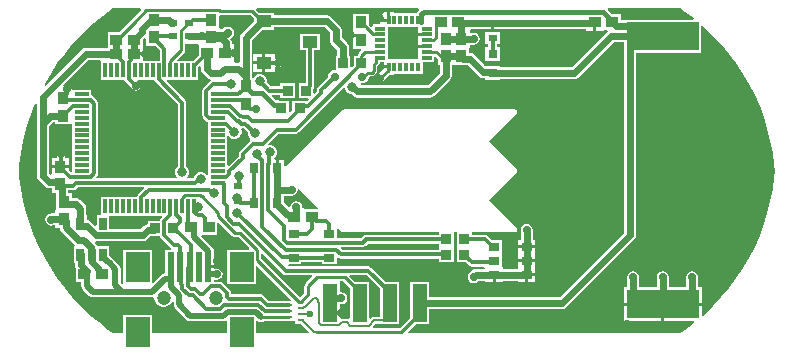
<source format=gbr>
%TF.GenerationSoftware,Altium Limited,Altium Designer,23.8.1 (32)*%
G04 Layer_Physical_Order=1*
G04 Layer_Color=255*
%FSLAX45Y45*%
%MOMM*%
%TF.SameCoordinates,BDBBB65B-ECCD-4A33-B3A0-C369F96B0D16*%
%TF.FilePolarity,Positive*%
%TF.FileFunction,Copper,L1,Top,Signal*%
%TF.Part,Single*%
G01*
G75*
%TA.AperFunction,ConnectorPad*%
%ADD10R,1.27000X3.18000*%
%TA.AperFunction,SMDPad,CuDef*%
%ADD11R,6.10000X2.40000*%
%ADD12R,2.00000X2.50000*%
%ADD13R,0.50000X2.50000*%
%ADD14R,0.30000X1.20000*%
%ADD15R,1.20000X0.30000*%
%ADD16R,0.80000X0.60000*%
%ADD17R,0.90000X0.70000*%
%ADD18R,1.00000X0.95000*%
%ADD19R,0.95000X1.00000*%
%ADD20R,0.35000X0.80000*%
%ADD21R,0.85000X0.35000*%
%ADD22R,2.60000X2.70000*%
%ADD23R,0.70000X0.90000*%
%ADD24R,0.66000X1.00000*%
%ADD25R,0.85000X0.90000*%
%ADD26R,0.94000X0.70000*%
%ADD27R,1.30000X1.00000*%
%ADD28R,0.53000X0.20000*%
%ADD29R,0.80000X0.80000*%
%TA.AperFunction,ConnectorPad*%
%ADD30R,0.95000X1.00000*%
%TA.AperFunction,SMDPad,CuDef*%
%ADD31R,0.67500X0.57500*%
%TA.AperFunction,Conductor*%
%ADD32C,0.25000*%
%ADD33C,0.20000*%
%ADD34C,0.30000*%
%ADD35C,0.60000*%
%ADD36C,0.50000*%
%ADD37C,0.18000*%
%ADD38C,0.40000*%
%ADD39C,0.29000*%
%TA.AperFunction,ComponentPad*%
%ADD40C,1.20000*%
%TA.AperFunction,ViaPad*%
%ADD41C,0.70000*%
%ADD42C,0.60000*%
%ADD43C,0.80000*%
G36*
X183110Y1375000D02*
X187970Y1363267D01*
X177610Y1352907D01*
X168986Y1340000D01*
X-27100D01*
Y1345400D01*
X-57300D01*
Y1340005D01*
X-57505D01*
Y1280000D01*
X-82700D01*
Y1345400D01*
X-112900D01*
Y1333346D01*
X-124771Y1326214D01*
X-125600Y1326247D01*
X-137617Y1328637D01*
X-152500D01*
X-165181Y1326114D01*
X-175931Y1318931D01*
X-183114Y1308181D01*
X-185637Y1295500D01*
X-183114Y1282820D01*
X-175931Y1272069D01*
X-165181Y1264886D01*
X-152757Y1262415D01*
X-151879Y1261624D01*
X-146028Y1254652D01*
X-150332Y1242500D01*
X-205000D01*
Y1224994D01*
X-216733Y1220134D01*
X-232500Y1235900D01*
Y1330000D01*
X-367500D01*
Y1195834D01*
X-372900Y1185400D01*
X-383627Y1180637D01*
X-387433D01*
X-400000Y1183136D01*
X-412681Y1180614D01*
X-423431Y1173431D01*
X-430614Y1162681D01*
X-433136Y1150000D01*
X-430614Y1137319D01*
X-423431Y1126569D01*
X-420931Y1124069D01*
X-410181Y1116886D01*
X-397500Y1114364D01*
X-372900D01*
Y1034600D01*
X-305223D01*
X-299962Y1021900D01*
X-323431Y998431D01*
X-330614Y987681D01*
X-333136Y975000D01*
X-362500D01*
Y895467D01*
X-380767Y877200D01*
X-392500Y882061D01*
Y975000D01*
X-404020D01*
Y1045000D01*
X-407901Y1064509D01*
X-418952Y1081048D01*
X-468126Y1130222D01*
Y1194105D01*
X-472006Y1213614D01*
X-483057Y1230153D01*
X-553952Y1301048D01*
X-570491Y1312099D01*
X-590000Y1315980D01*
X-1040000D01*
Y1335000D01*
X-1163138D01*
X-1190438Y1362300D01*
X-1185177Y1375000D01*
X183110D01*
D02*
G37*
G36*
X2400000Y1375000D02*
X2442584Y1346157D01*
X2512699Y1292700D01*
X2508410Y1280000D01*
X2164925D01*
X2160000Y1280980D01*
X1895000D01*
Y1327500D01*
X1813112D01*
X1812679Y1329676D01*
X1803839Y1342907D01*
X1803838Y1342907D01*
X1783479Y1363267D01*
X1788339Y1375000D01*
X2400000D01*
D02*
G37*
G36*
X1687700Y1187100D02*
X1750400D01*
Y1187100D01*
X1755001Y1192500D01*
X1780715D01*
X1784567Y1179800D01*
X1778952Y1176048D01*
X1478884Y875979D01*
X870000D01*
Y889999D01*
X750001D01*
X750000Y890000D01*
Y890000D01*
X740998Y897764D01*
X652714Y986048D01*
X636175Y997099D01*
X616666Y1000979D01*
X610000D01*
Y1034137D01*
X615400Y1044600D01*
X615401Y1044600D01*
X615400Y1044601D01*
Y1067770D01*
X643717D01*
X650000Y1066521D01*
X669509Y1070401D01*
X686048Y1081452D01*
X697099Y1097991D01*
X700979Y1117500D01*
X697099Y1137009D01*
X686048Y1153548D01*
X684798Y1154798D01*
X668259Y1165849D01*
X648750Y1169729D01*
X615400D01*
Y1195400D01*
X624530Y1204020D01*
X744600D01*
Y1199600D01*
X797300D01*
Y1255000D01*
X822700D01*
Y1199600D01*
X875400D01*
Y1204020D01*
X1599600D01*
Y1187100D01*
X1662300D01*
Y1260001D01*
X1687700D01*
Y1187100D01*
D02*
G37*
G36*
X-1675000Y1067500D02*
Y982968D01*
X-1727968Y930000D01*
X-1853661D01*
X-1858521Y941733D01*
X-1804327Y995927D01*
X-1796702Y1007339D01*
X-1794024Y1020800D01*
Y1075000D01*
X-1684594D01*
X-1675000Y1067500D01*
D02*
G37*
G36*
X-2127500Y1116311D02*
Y1060000D01*
X-2042967D01*
X-2003186Y1020219D01*
Y930000D01*
X-2149600D01*
Y977300D01*
X-2225000D01*
Y1002700D01*
X-2149600D01*
Y1037100D01*
Y1110804D01*
X-2139233Y1121171D01*
X-2127500Y1116311D01*
D02*
G37*
G36*
X-1210000Y1288138D02*
Y1267096D01*
X-1316048Y1161048D01*
X-1327099Y1144509D01*
X-1330980Y1125000D01*
Y923601D01*
X-1340797Y915544D01*
X-1345500Y916480D01*
X-1374579D01*
X-1379600Y927100D01*
Y987300D01*
X-1455000D01*
Y1012700D01*
X-1379600D01*
Y1072900D01*
X-1399020D01*
Y1089853D01*
X-1402901Y1109362D01*
X-1410250Y1120360D01*
X-1402107Y1128503D01*
X-1393952Y1133952D01*
X-1382901Y1150491D01*
X-1379020Y1170000D01*
X-1382901Y1189509D01*
X-1393952Y1206048D01*
X-1410491Y1217099D01*
X-1430000Y1220980D01*
X-1432706D01*
X-1452215Y1217099D01*
X-1468754Y1206048D01*
X-1473822Y1200980D01*
X-1486230D01*
X-1497099Y1205400D01*
X-1502500Y1216197D01*
Y1311971D01*
X-1496538Y1316864D01*
X-1238725D01*
X-1210000Y1288138D01*
D02*
G37*
G36*
X1925000Y1054926D02*
X1924020Y1050000D01*
Y-523884D01*
X1378884Y-1069020D01*
X275500D01*
Y-941000D01*
X108500D01*
Y-1248533D01*
X27670Y-1329363D01*
X-198492D01*
X-203352Y-1317630D01*
X-181790Y-1296068D01*
X-145500D01*
Y-1299000D01*
X-116200D01*
X-113000Y-1299636D01*
X-109800Y-1299000D01*
X21500D01*
Y-941000D01*
X-95032D01*
X-216266Y-819766D01*
X-227843Y-812031D01*
X-241500Y-809314D01*
X-916016D01*
X-918865Y-805200D01*
X-912211Y-792500D01*
X-807500D01*
Y-773186D01*
X-637500D01*
Y-792500D01*
X-507500D01*
Y-739989D01*
X-494800Y-735030D01*
X-486659Y-740469D01*
X-473003Y-743186D01*
X355000D01*
Y-775000D01*
X480000D01*
Y-657700D01*
X480001Y-645001D01*
X480001D01*
Y-644999D01*
X480000D01*
Y-520392D01*
X510000D01*
Y-632300D01*
X510000Y-645000D01*
X510000Y-657700D01*
Y-775000D01*
X584533D01*
X609766Y-800234D01*
X621344Y-807969D01*
X635000Y-810686D01*
X733855D01*
X743328Y-822203D01*
X741723Y-826918D01*
X741120Y-827521D01*
X674206D01*
X654697Y-831401D01*
X638158Y-842452D01*
X622107Y-858503D01*
X613952Y-863952D01*
X602901Y-880491D01*
X599020Y-900000D01*
X602901Y-919509D01*
X613952Y-936048D01*
X630491Y-947099D01*
X650000Y-950980D01*
X652706D01*
X672215Y-947099D01*
X688754Y-936048D01*
X695322Y-929480D01*
X750100D01*
Y-938900D01*
X809800D01*
Y-878500D01*
X835200D01*
Y-938900D01*
X894900D01*
Y-929480D01*
X1026100D01*
Y-938900D01*
X1085800D01*
Y-878500D01*
X1098500D01*
Y-865800D01*
X1170900D01*
Y-820900D01*
Y-773200D01*
X1026100D01*
Y-827521D01*
X903880D01*
X894900Y-818540D01*
Y-818100D01*
X889500Y-807637D01*
Y-710200D01*
X889500Y-697500D01*
X889500Y-692800D01*
Y-587500D01*
X805967D01*
X773234Y-554766D01*
X761656Y-547031D01*
X748000Y-544314D01*
X635000D01*
Y-520392D01*
X999999D01*
X1000000Y-520392D01*
X1007804Y-518840D01*
X1014419Y-514419D01*
X1018840Y-507804D01*
X1020392Y-500000D01*
X1018840Y-492196D01*
X1014419Y-485581D01*
X1014419Y-485580D01*
X778839Y-250000D01*
X1014419Y-14419D01*
X1018840Y-7804D01*
X1020392Y0D01*
X1018840Y7804D01*
X1014419Y14419D01*
X1014419Y14420D01*
X778839Y250000D01*
X1014419Y485581D01*
X1018840Y492196D01*
X1020392Y500000D01*
X1018840Y507804D01*
X1014419Y514419D01*
X1007804Y518840D01*
X1000000Y520392D01*
X-450000D01*
X-457804Y518840D01*
X-464419Y514419D01*
X-940367Y38472D01*
X-952100Y43332D01*
Y95400D01*
X-999800D01*
Y25000D01*
X-1025200D01*
Y95400D01*
X-1032212D01*
X-1037210Y108100D01*
X-1023866Y121444D01*
X-1014732Y143497D01*
Y167366D01*
X-1023866Y189418D01*
X-1040744Y206297D01*
X-1062797Y215431D01*
X-1083139D01*
X-1089088Y225956D01*
X-1089366Y227164D01*
X-1002216Y314314D01*
X-857500D01*
X-843843Y317031D01*
X-832266Y324766D01*
X-449224Y707808D01*
X-436524Y702547D01*
Y694590D01*
X-427390Y672537D01*
X-410512Y655659D01*
X-388459Y646524D01*
X-383208D01*
X-372636Y635952D01*
X-356097Y624901D01*
X-336588Y621020D01*
X282000D01*
X301509Y624901D01*
X318048Y635952D01*
X448548Y766452D01*
X459599Y782991D01*
X463480Y802500D01*
Y900000D01*
X555074D01*
X560000Y899020D01*
X595550D01*
X693646Y800924D01*
X710185Y789873D01*
X729693Y785993D01*
X750000D01*
Y770000D01*
X870000D01*
Y774020D01*
X1500000D01*
X1519509Y777901D01*
X1536048Y788952D01*
X1836116Y1089020D01*
X1925000D01*
Y1054926D01*
D02*
G37*
G36*
X345000Y948138D02*
Y900000D01*
X361520D01*
Y823617D01*
X260884Y722980D01*
X-315472D01*
X-315782Y723290D01*
X-316188Y730498D01*
X-307577Y738482D01*
X-304080Y740000D01*
X-284060D01*
X-263845Y748373D01*
X-248373Y763845D01*
X-240000Y784060D01*
Y790961D01*
X-231597Y799363D01*
X-213415D01*
X-200734Y801886D01*
X-189984Y809069D01*
X-174069Y824984D01*
X-166886Y835734D01*
X-164363Y848415D01*
Y886275D01*
X-149069Y901569D01*
X-141886Y912319D01*
X-140855Y917500D01*
X-112900D01*
Y892700D01*
X-70000D01*
Y867300D01*
X-112900D01*
Y861462D01*
X-173431Y800931D01*
X-180614Y790181D01*
X-183137Y777500D01*
Y775000D01*
X-180614Y762319D01*
X-173431Y751569D01*
X-162681Y744386D01*
X-150000Y741863D01*
X-137319Y744386D01*
X-126569Y751569D01*
X-121535Y759103D01*
X-66037Y814600D01*
X-27100D01*
Y820000D01*
X217500D01*
Y917500D01*
X315000D01*
Y960177D01*
X327700Y965438D01*
X345000Y948138D01*
D02*
G37*
G36*
X-2171917Y1375000D02*
X-2167057Y1363267D01*
X-2252662Y1277662D01*
X-2254599Y1274763D01*
X-2351862Y1177500D01*
X-2445000D01*
Y1040980D01*
X-2635000D01*
X-2654509Y1037099D01*
X-2671048Y1026048D01*
X-2974612Y722484D01*
X-2984888Y729947D01*
X-2982681Y734283D01*
X-2930951Y823194D01*
X-2874320Y909067D01*
X-2812966Y991631D01*
X-2747081Y1070628D01*
X-2676874Y1145809D01*
X-2602565Y1216937D01*
X-2524386Y1283790D01*
X-2442584Y1346157D01*
X-2400000Y1375000D01*
X-2400000Y1375000D01*
X-2171917D01*
D02*
G37*
G36*
X-570085Y1172989D02*
Y1109105D01*
X-566204Y1089596D01*
X-555153Y1073057D01*
X-505979Y1023883D01*
Y975000D01*
X-517500D01*
Y852500D01*
X-538440D01*
X-558655Y844127D01*
X-574127Y828655D01*
X-582500Y808440D01*
Y792967D01*
X-667810Y707657D01*
X-675546Y696080D01*
X-678263Y682423D01*
Y672205D01*
X-695767Y654700D01*
X-707500Y659561D01*
Y695658D01*
X-702031Y703844D01*
X-699314Y717500D01*
Y1020000D01*
X-650000D01*
Y1160000D01*
X-820000D01*
Y1020000D01*
X-770686D01*
Y745000D01*
X-832500D01*
Y615000D01*
X-752061D01*
X-747200Y603267D01*
X-749717Y600750D01*
X-760000Y595000D01*
Y595000D01*
X-760001Y595000D01*
X-885000D01*
Y515467D01*
X-903267Y497200D01*
X-915000Y502061D01*
Y595000D01*
X-996058D01*
X-1000000Y595784D01*
X-1000001Y595784D01*
X-1025607D01*
X-1062404Y632581D01*
X-1057544Y644314D01*
X-987500D01*
Y615000D01*
X-862500D01*
Y745000D01*
X-987500D01*
Y715686D01*
X-1064718D01*
X-1099500Y750467D01*
Y771935D01*
X-1108634Y793987D01*
X-1125513Y810866D01*
X-1147565Y820000D01*
X-1171435D01*
X-1193487Y810866D01*
X-1210365Y793987D01*
X-1214088Y785000D01*
X-1229020D01*
Y800000D01*
Y1103884D01*
X-1137904Y1195000D01*
X-1040000D01*
Y1214020D01*
X-611116D01*
X-570085Y1172989D01*
D02*
G37*
G36*
X-1263224Y328533D02*
Y307066D01*
X-1254090Y285013D01*
X-1241025Y271949D01*
X-1240749Y258712D01*
X-1241678Y256238D01*
X-1241684Y256234D01*
X-1330234Y167685D01*
X-1337969Y156107D01*
X-1340686Y142451D01*
Y126968D01*
X-1424800Y42853D01*
X-1437500Y48114D01*
Y165000D01*
Y291054D01*
X-1429740Y294362D01*
X-1424800Y294948D01*
X-1408987Y279135D01*
X-1386935Y270000D01*
X-1363065D01*
X-1341013Y279135D01*
X-1324135Y296013D01*
X-1315000Y318065D01*
Y341935D01*
X-1318552Y350509D01*
X-1310066Y363210D01*
X-1297901D01*
X-1263224Y328533D01*
D02*
G37*
G36*
X-2895000Y395000D02*
X-2760000D01*
Y395000D01*
X-2747500Y394517D01*
Y315000D01*
Y215000D01*
Y115000D01*
Y-1572D01*
X-2760200Y-6833D01*
X-2777100Y10067D01*
Y22300D01*
X-2850000D01*
X-2922900D01*
Y-26896D01*
X-2935600Y-32157D01*
X-2949021Y-18737D01*
Y378884D01*
X-2913884Y414021D01*
X-2895000D01*
Y395000D01*
D02*
G37*
G36*
X-1658480Y881960D02*
Y862500D01*
X-1654599Y842991D01*
X-1643548Y826452D01*
X-1608401Y791305D01*
X-1591862Y780254D01*
X-1580115Y777917D01*
X-1577433Y764435D01*
X-1579231Y763233D01*
X-1637734Y704731D01*
X-1645469Y693153D01*
X-1648186Y679497D01*
Y470502D01*
X-1645469Y456846D01*
X-1637734Y445269D01*
X-1617231Y424766D01*
X-1605654Y417030D01*
X-1597500Y415408D01*
Y365000D01*
Y265000D01*
Y165000D01*
Y65000D01*
Y-28554D01*
X-1605259Y-31861D01*
X-1610200Y-32447D01*
X-1626013Y-16634D01*
X-1648065Y-7500D01*
X-1671935D01*
X-1693987Y-16634D01*
X-1710866Y-33513D01*
X-1720000Y-55565D01*
Y-63503D01*
X-1720812Y-64315D01*
X-1769501D01*
X-1774761Y-51615D01*
X-1769134Y-45987D01*
X-1760000Y-23935D01*
Y-66D01*
X-1769134Y21987D01*
X-1784314Y37167D01*
Y578002D01*
X-1787031Y591658D01*
X-1794766Y603236D01*
X-1949797Y758267D01*
X-1944937Y770000D01*
X-1682500D01*
Y846552D01*
X-1681815Y850000D01*
Y875218D01*
X-1670213Y886820D01*
X-1658480Y881960D01*
D02*
G37*
G36*
X-2502500Y929999D02*
Y770000D01*
X-2307900D01*
Y764600D01*
X-2301117D01*
X-2300469Y761344D01*
X-2292734Y749767D01*
X-2232734Y689766D01*
X-2221156Y682031D01*
X-2207500Y679314D01*
X-2193844Y682031D01*
X-2182266Y689766D01*
X-2174531Y701344D01*
X-2171814Y715000D01*
X-2174531Y728656D01*
X-2182266Y740234D01*
X-2200299Y758267D01*
X-2195439Y770000D01*
X-2052091D01*
X-2050469Y761846D01*
X-2042734Y750269D01*
X-1855686Y563221D01*
Y37167D01*
X-1870865Y21987D01*
X-1880000Y-66D01*
Y-23935D01*
X-1870865Y-45987D01*
X-1865238Y-51615D01*
X-1870499Y-64315D01*
X-2540257D01*
X-2545117Y-52581D01*
X-2537266Y-44731D01*
X-2529531Y-33154D01*
X-2526814Y-19497D01*
Y569497D01*
X-2529531Y583153D01*
X-2537266Y594730D01*
X-2567769Y625233D01*
X-2579347Y632969D01*
X-2582100Y633517D01*
Y640400D01*
X-2587501D01*
Y685000D01*
X-2744137D01*
X-2754600Y690400D01*
X-2761363Y700299D01*
X-2762031Y703656D01*
X-2769766Y715234D01*
X-2781344Y722969D01*
X-2795000Y725686D01*
X-2808656Y722969D01*
X-2818656Y716288D01*
X-2826752Y726152D01*
X-2613884Y939020D01*
X-2511383D01*
X-2502500Y929999D01*
D02*
G37*
G36*
X-668072Y-310767D02*
X-672932Y-322500D01*
X-781637D01*
X-792100Y-317100D01*
D01*
X-799523Y-307474D01*
X-802901Y-290491D01*
X-813952Y-273952D01*
X-830491Y-262901D01*
X-850000Y-259021D01*
X-869509Y-262901D01*
X-886048Y-273952D01*
X-887961Y-275865D01*
X-899012Y-292404D01*
X-901671Y-305772D01*
X-915195Y-310208D01*
X-952100Y-273304D01*
Y-210980D01*
X-890000D01*
X-870491Y-207099D01*
X-853952Y-196048D01*
X-842901Y-179509D01*
X-839020Y-160000D01*
X-839572Y-157227D01*
X-827868Y-150971D01*
X-668072Y-310767D01*
D02*
G37*
G36*
X-2139884Y-147419D02*
X-2192734Y-200270D01*
X-2200470Y-211847D01*
X-2202092Y-220001D01*
X-2502500D01*
Y-377000D01*
X-2543000D01*
Y-459021D01*
X-2554733Y-463881D01*
X-2587662Y-430952D01*
X-2604201Y-419901D01*
X-2623710Y-416021D01*
X-2627000D01*
Y-377000D01*
X-2629020D01*
Y-320000D01*
X-2632901Y-300491D01*
X-2643952Y-283952D01*
X-2683952Y-243952D01*
X-2700491Y-232901D01*
X-2720000Y-229021D01*
X-2752500D01*
Y-190000D01*
X-2771871D01*
X-2782500Y-185000D01*
Y-165686D01*
X-2742500D01*
X-2728844Y-162969D01*
X-2717267Y-155234D01*
X-2697719Y-135686D01*
X-2144744D01*
X-2139884Y-147419D01*
D02*
G37*
G36*
X-1984198Y-391734D02*
X-1995234Y-402769D01*
X-2002969Y-414346D01*
X-2004591Y-422500D01*
X-2110000D01*
Y-452018D01*
X-2127009Y-455401D01*
X-2143548Y-466452D01*
X-2173116Y-496020D01*
X-2437000D01*
Y-380000D01*
X-1989059D01*
X-1984198Y-391734D01*
D02*
G37*
G36*
X-464419Y-514419D02*
X-457804Y-518840D01*
X-450000Y-520392D01*
X355000D01*
Y-544314D01*
X-257249D01*
X-270905Y-547031D01*
X-282482Y-554766D01*
X-299530Y-571814D01*
X-507500D01*
Y-489299D01*
X-494800Y-484038D01*
X-464419Y-514419D01*
D02*
G37*
G36*
X-2002969Y-560654D02*
X-1995234Y-572231D01*
X-1914731Y-652734D01*
X-1911639Y-654800D01*
X-1915491Y-667500D01*
X-1960000D01*
Y-808068D01*
X-1960881Y-812500D01*
Y-866619D01*
X-1963492D01*
X-1981050Y-870111D01*
X-1995936Y-880057D01*
X-2062300Y-946421D01*
X-2075000Y-941160D01*
Y-667500D01*
X-2315000D01*
Y-952649D01*
X-2327410Y-958200D01*
X-2337044Y-948566D01*
Y-830935D01*
X-2340536Y-813377D01*
X-2350482Y-798492D01*
X-2407912Y-741062D01*
X-2417374Y-734740D01*
X-2437000Y-715114D01*
Y-640000D01*
X-2526600D01*
Y-634600D01*
X-2539743D01*
X-2540901Y-628780D01*
X-2551952Y-612241D01*
X-2555638Y-608556D01*
X-2549381Y-596851D01*
X-2543710Y-597979D01*
X-2152000D01*
X-2132491Y-594099D01*
X-2115952Y-583048D01*
X-2086383Y-553480D01*
X-2060000D01*
X-2055074Y-552500D01*
X-2004591D01*
X-2002969Y-560654D01*
D02*
G37*
G36*
X355000Y-632300D02*
X355000Y-644999D01*
X355000D01*
Y-645001D01*
X355000D01*
Y-671814D01*
X-458221D01*
X-475116Y-654919D01*
X-470256Y-643186D01*
X-284749D01*
X-271092Y-640469D01*
X-259515Y-632734D01*
X-242467Y-615686D01*
X355000D01*
Y-632300D01*
D02*
G37*
G36*
X-963959Y-870234D02*
X-952382Y-877969D01*
X-938725Y-880686D01*
X-719142D01*
X-714281Y-892419D01*
X-773431Y-951569D01*
X-780614Y-962319D01*
X-783137Y-975000D01*
Y-1032974D01*
X-821550Y-1071388D01*
X-1149363Y-743575D01*
Y-701423D01*
X-1137630Y-696563D01*
X-963959Y-870234D01*
D02*
G37*
G36*
X-1393293Y-553196D02*
X-1382542Y-560379D01*
X-1369861Y-562901D01*
X-1340499D01*
X-1247634Y-655767D01*
X-1252494Y-667500D01*
X-1435000D01*
Y-957500D01*
X-1195000D01*
Y-808255D01*
X-1183267Y-803395D01*
X-894965Y-1091697D01*
X-901221Y-1103402D01*
X-909200Y-1101814D01*
X-1081016D01*
X-1125564Y-1057267D01*
X-1137141Y-1049531D01*
X-1150797Y-1046815D01*
X-1404314D01*
Y-1033150D01*
X-1407030Y-1019494D01*
X-1414766Y-1007916D01*
X-1470416Y-952266D01*
X-1481993Y-944531D01*
X-1495650Y-941814D01*
X-1544600D01*
Y-923381D01*
X-1520000D01*
X-1502442Y-919889D01*
X-1487557Y-909943D01*
X-1477611Y-895058D01*
X-1474118Y-877500D01*
X-1477611Y-859942D01*
X-1487557Y-845057D01*
X-1502442Y-835111D01*
X-1520000Y-831618D01*
X-1544600D01*
Y-825200D01*
X-1595000D01*
Y-799800D01*
X-1544600D01*
Y-662100D01*
X-1552452D01*
X-1552611Y-661302D01*
X-1562557Y-646417D01*
X-1616417Y-592557D01*
X-1619852Y-590262D01*
X-1657414Y-552700D01*
X-1652153Y-540000D01*
X-1520000D01*
Y-443081D01*
X-1508267Y-438221D01*
X-1393293Y-553196D01*
D02*
G37*
G36*
X2602564Y1216937D02*
X2676874Y1145808D01*
X2747081Y1070628D01*
X2812965Y991631D01*
X2874319Y909067D01*
X2930950Y823194D01*
X2982680Y734283D01*
X3029347Y642612D01*
X3070804Y548471D01*
X3106920Y452155D01*
X3137582Y353966D01*
X3162694Y254213D01*
X3182178Y153210D01*
X3195970Y51274D01*
X3200000Y-0D01*
X3195970Y-51275D01*
X3182178Y-153211D01*
X3162694Y-254214D01*
X3137582Y-353967D01*
X3106920Y-452155D01*
X3070804Y-548472D01*
X3029347Y-642613D01*
X2982681Y-734283D01*
X2930950Y-823194D01*
X2874319Y-909067D01*
X2812965Y-991631D01*
X2747081Y-1070628D01*
X2676874Y-1145809D01*
X2602565Y-1216938D01*
X2591935Y-1226027D01*
X2580400Y-1220714D01*
Y-1142701D01*
X2262701D01*
Y-1275400D01*
X2514444D01*
X2518733Y-1288100D01*
X2442584Y-1346158D01*
X2400000Y-1375000D01*
X99561D01*
X94701Y-1363267D01*
X158968Y-1299000D01*
X275500D01*
Y-1170980D01*
X1400000D01*
X1419509Y-1167099D01*
X1436048Y-1156048D01*
X2011048Y-581048D01*
X2022099Y-564509D01*
X2025979Y-545000D01*
Y1000000D01*
X2575000D01*
Y1225331D01*
X2586535Y1230644D01*
X2602564Y1216937D01*
D02*
G37*
G36*
X-145500Y-991467D02*
Y-1236932D01*
X-194038D01*
X-205353Y-1239183D01*
X-214946Y-1245592D01*
X-220767Y-1251413D01*
X-232500Y-1246553D01*
Y-941000D01*
X-352637D01*
X-401218Y-892419D01*
X-396358Y-880686D01*
X-256281D01*
X-145500Y-991467D01*
D02*
G37*
G36*
X-399500Y-987862D02*
Y-1246904D01*
X-412010Y-1253820D01*
X-423325Y-1251569D01*
X-466175D01*
X-468400Y-1252011D01*
X-480450Y-1243462D01*
X-481100Y-1242120D01*
Y-1130980D01*
X-470000D01*
X-450491Y-1127099D01*
X-433952Y-1116048D01*
X-422901Y-1099509D01*
X-419020Y-1080000D01*
X-422901Y-1060491D01*
X-433952Y-1043952D01*
X-450491Y-1032901D01*
X-470000Y-1029021D01*
X-481100D01*
Y-935600D01*
X-469420Y-933137D01*
X-454225D01*
X-399500Y-987862D01*
D02*
G37*
G36*
X-862700Y-1267500D02*
X-862300Y-1280034D01*
Y-1292500D01*
X-818755D01*
X-815800Y-1293088D01*
X-811970D01*
X-741791Y-1363267D01*
X-746651Y-1375000D01*
X-1195000D01*
Y-1274581D01*
X-1193165Y-1273821D01*
X-1182300Y-1270948D01*
X-1168919Y-1279889D01*
X-1151360Y-1283381D01*
X-1133802Y-1279889D01*
X-1119955Y-1270637D01*
X-909200D01*
X-896519Y-1268114D01*
X-895600Y-1267500D01*
X-862700D01*
D02*
G37*
G36*
X-3050980Y562652D02*
Y400000D01*
Y-39853D01*
X-3047099Y-59362D01*
X-3036048Y-75901D01*
X-2980901Y-131048D01*
X-2964362Y-142099D01*
X-2944853Y-145979D01*
X-2917500D01*
Y-185000D01*
X-2898129D01*
X-2887500Y-190000D01*
Y-324137D01*
X-2892900Y-334600D01*
X-2892901Y-334600D01*
X-2892900Y-334601D01*
Y-360270D01*
X-2923750D01*
X-2943259Y-364151D01*
X-2959798Y-375202D01*
X-2961048Y-376452D01*
X-2972099Y-392991D01*
X-2975980Y-412500D01*
X-2972099Y-432009D01*
X-2961048Y-448548D01*
X-2944509Y-459599D01*
X-2925000Y-463480D01*
X-2918715Y-462229D01*
X-2892900D01*
Y-485400D01*
X-2852049D01*
X-2849599Y-497720D01*
X-2838548Y-514259D01*
X-2733759Y-619048D01*
X-2721408Y-627300D01*
X-2725260Y-640000D01*
X-2733000D01*
Y-780000D01*
X-2727979D01*
Y-795500D01*
X-2724099Y-815009D01*
X-2720000Y-821144D01*
Y-942500D01*
X-2670881D01*
Y-975000D01*
X-2667389Y-992558D01*
X-2657443Y-1007443D01*
X-2607443Y-1057443D01*
X-2592558Y-1067389D01*
X-2575000Y-1070882D01*
X-2075992D01*
X-2067700Y-1069232D01*
X-2055000Y-1079206D01*
Y-1083032D01*
X-2049548Y-1103379D01*
X-2039016Y-1121621D01*
X-2024121Y-1136516D01*
X-2005879Y-1147048D01*
X-1985532Y-1152500D01*
X-1964468D01*
X-1944121Y-1147048D01*
X-1925879Y-1136516D01*
X-1910984Y-1121621D01*
X-1902871Y-1107569D01*
X-1890171Y-1110971D01*
Y-1130711D01*
X-1886678Y-1148269D01*
X-1876732Y-1163154D01*
X-1779943Y-1259943D01*
X-1765058Y-1269889D01*
X-1747500Y-1273382D01*
X-1468639D01*
X-1451081Y-1269889D01*
X-1447700Y-1267630D01*
X-1435000Y-1274418D01*
Y-1375000D01*
X-2075000D01*
Y-1217500D01*
X-2315000D01*
Y-1375000D01*
X-2400000D01*
X-2442584Y-1346158D01*
X-2524386Y-1283790D01*
X-2602565Y-1216937D01*
X-2676875Y-1145809D01*
X-2747082Y-1070628D01*
X-2812966Y-991631D01*
X-2874320Y-909067D01*
X-2930951Y-823194D01*
X-2982681Y-734283D01*
X-3029348Y-642613D01*
X-3070804Y-548471D01*
X-3106920Y-452155D01*
X-3137583Y-353967D01*
X-3162695Y-254214D01*
X-3182178Y-153211D01*
X-3195970Y-51275D01*
X-3200000Y-0D01*
X-3200000Y0D01*
X-3195970Y51274D01*
X-3182178Y153211D01*
X-3162695Y254214D01*
X-3137583Y353966D01*
X-3106920Y452155D01*
X-3070804Y548471D01*
X-3063408Y565268D01*
X-3050980Y562652D01*
D02*
G37*
%LPC*%
G36*
X870000Y1175000D02*
X750000D01*
Y1075000D01*
X774314D01*
Y1050000D01*
X750000D01*
Y930000D01*
X870000D01*
Y1050000D01*
X845686D01*
Y1075000D01*
X870000D01*
Y1175000D01*
D02*
G37*
G36*
X1100000Y-449021D02*
X1080491Y-452901D01*
X1063952Y-463952D01*
X1063202Y-464702D01*
X1052151Y-481241D01*
X1048270Y-500750D01*
Y-582100D01*
X1026100D01*
Y-629800D01*
X1170900D01*
Y-582100D01*
X1150230D01*
Y-503770D01*
X1150979Y-500000D01*
X1147099Y-480491D01*
X1136048Y-463952D01*
X1119509Y-452901D01*
X1100000Y-449021D01*
D02*
G37*
G36*
X1170900Y-655200D02*
X1026100D01*
Y-702900D01*
Y-747800D01*
X1170900D01*
Y-702900D01*
Y-655200D01*
D02*
G37*
G36*
Y-891200D02*
X1111200D01*
Y-938900D01*
X1170900D01*
Y-891200D01*
D02*
G37*
G36*
X-1137700Y990400D02*
X-1215400D01*
Y927700D01*
X-1137700D01*
Y990400D01*
D02*
G37*
G36*
X-1034600D02*
X-1112300D01*
Y915000D01*
Y839600D01*
X-1034600D01*
Y879314D01*
X-1005000D01*
X-991344Y882031D01*
X-979766Y889766D01*
X-972031Y901344D01*
X-969314Y915000D01*
X-972031Y928656D01*
X-979766Y940234D01*
X-991344Y947969D01*
X-1005000Y950686D01*
X-1034600D01*
Y990400D01*
D02*
G37*
G36*
X-1137700Y902300D02*
X-1215400D01*
Y839600D01*
X-1137700D01*
Y902300D01*
D02*
G37*
G36*
X-2845000Y180686D02*
X-2858656Y177969D01*
X-2870234Y170234D01*
X-2877969Y158656D01*
X-2880686Y145000D01*
Y110400D01*
X-2922900D01*
Y47700D01*
X-2850000D01*
X-2777100D01*
Y110400D01*
X-2809314D01*
Y145000D01*
X-2812031Y158656D01*
X-2819766Y170234D01*
X-2831344Y177969D01*
X-2845000Y180686D01*
D02*
G37*
G36*
X2500000Y-849020D02*
X2480491Y-852901D01*
X2463952Y-863952D01*
X2452901Y-880491D01*
X2449021Y-900000D01*
Y-984600D01*
X2300980D01*
Y-900000D01*
X2297099Y-880491D01*
X2286048Y-863952D01*
X2269509Y-852901D01*
X2250000Y-849020D01*
X2230491Y-852901D01*
X2213952Y-863952D01*
X2202901Y-880491D01*
X2199020Y-900000D01*
Y-984600D01*
X2050980D01*
Y-900000D01*
X2047099Y-880491D01*
X2036048Y-863952D01*
X2019509Y-852901D01*
X2000000Y-849020D01*
X1980491Y-852901D01*
X1963952Y-863952D01*
X1952901Y-880491D01*
X1949020Y-900000D01*
Y-984600D01*
X1919600D01*
Y-1117301D01*
X2250001D01*
X2580400D01*
Y-984600D01*
X2550980D01*
Y-900000D01*
X2547099Y-880491D01*
X2536048Y-863952D01*
X2519509Y-852901D01*
X2500000Y-849020D01*
D02*
G37*
G36*
X2237301Y-1142701D02*
X1919600D01*
Y-1275400D01*
X2237301D01*
Y-1142701D01*
D02*
G37*
%LPD*%
D10*
X192000Y-1120000D02*
D03*
X-62000D02*
D03*
X-316000D02*
D03*
X-570000D02*
D03*
D11*
X2250000Y-1130000D02*
D03*
Y1140000D02*
D03*
D12*
X-1315000Y-812500D02*
D03*
Y-1362500D02*
D03*
X-2195000D02*
D03*
Y-812500D02*
D03*
D13*
X-1595000D02*
D03*
X-1675000D02*
D03*
X-1755000D02*
D03*
X-1835000D02*
D03*
X-1915000D02*
D03*
D14*
X-1717500Y850000D02*
D03*
X-1767500D02*
D03*
X-1817500D02*
D03*
X-1867500D02*
D03*
X-1917500D02*
D03*
X-1967500D02*
D03*
X-2017500D02*
D03*
X-2067500D02*
D03*
X-2117500D02*
D03*
X-2167500D02*
D03*
X-2217500D02*
D03*
X-2267500D02*
D03*
X-2317500D02*
D03*
X-2367500D02*
D03*
X-2417500D02*
D03*
X-2467500D02*
D03*
Y-300000D02*
D03*
X-2417500D02*
D03*
X-2367500D02*
D03*
X-2317500D02*
D03*
X-2267500D02*
D03*
X-2217500D02*
D03*
X-2167500D02*
D03*
X-2117500D02*
D03*
X-2067500D02*
D03*
X-2017500D02*
D03*
X-1967500D02*
D03*
X-1917500D02*
D03*
X-1867500D02*
D03*
X-1817500D02*
D03*
X-1767500D02*
D03*
X-1717500D02*
D03*
D15*
X-2667500Y650000D02*
D03*
Y600000D02*
D03*
Y550000D02*
D03*
Y500000D02*
D03*
Y450000D02*
D03*
Y400000D02*
D03*
Y350000D02*
D03*
Y300000D02*
D03*
Y250000D02*
D03*
Y200000D02*
D03*
Y150000D02*
D03*
Y100000D02*
D03*
Y50000D02*
D03*
Y-0D02*
D03*
Y-50000D02*
D03*
Y-100000D02*
D03*
X-1517500D02*
D03*
Y-50000D02*
D03*
Y-0D02*
D03*
Y50000D02*
D03*
Y100000D02*
D03*
Y150000D02*
D03*
Y200000D02*
D03*
Y250000D02*
D03*
Y300000D02*
D03*
Y350000D02*
D03*
Y400000D02*
D03*
Y450000D02*
D03*
Y500000D02*
D03*
Y550000D02*
D03*
Y600000D02*
D03*
Y650000D02*
D03*
D16*
X-1345000Y-125000D02*
D03*
Y-255000D02*
D03*
X810000Y1125000D02*
D03*
Y1255000D02*
D03*
D17*
X-872500Y-737500D02*
D03*
X-572500D02*
D03*
X-872500Y-537500D02*
D03*
X-572500D02*
D03*
D18*
X520000Y1260000D02*
D03*
X370000D02*
D03*
X-717500Y-390000D02*
D03*
X-867500D02*
D03*
X-2375000Y1110000D02*
D03*
X-2225000D02*
D03*
X1825000Y1260000D02*
D03*
X1675000D02*
D03*
X-1605000Y1000000D02*
D03*
X-1455000D02*
D03*
X-2375000Y990000D02*
D03*
X-2225000D02*
D03*
X-1590000Y-472500D02*
D03*
X-1740000D02*
D03*
X-2650000Y-875000D02*
D03*
X-2500000D02*
D03*
D19*
X412500Y1120000D02*
D03*
Y970000D02*
D03*
X542500Y1120000D02*
D03*
Y970000D02*
D03*
X-1280000Y565000D02*
D03*
Y715000D02*
D03*
X-2850000Y35000D02*
D03*
Y-115000D02*
D03*
X-2827500Y465000D02*
D03*
Y615000D02*
D03*
X-2820000Y-260000D02*
D03*
Y-410000D02*
D03*
D20*
X-70000Y880000D02*
D03*
X-20000D02*
D03*
X30000D02*
D03*
X80000D02*
D03*
X130000D02*
D03*
X180000D02*
D03*
X-70000Y1280000D02*
D03*
X-20000D02*
D03*
X30000D02*
D03*
X80000D02*
D03*
X130000D02*
D03*
X180000D02*
D03*
D21*
X252500Y955000D02*
D03*
Y1005000D02*
D03*
Y1055000D02*
D03*
Y1105000D02*
D03*
Y1155000D02*
D03*
Y1205000D02*
D03*
X-142500Y955000D02*
D03*
Y1005000D02*
D03*
Y1055000D02*
D03*
Y1105000D02*
D03*
Y1155000D02*
D03*
Y1205000D02*
D03*
D22*
X55000Y1080000D02*
D03*
D23*
X-1012500Y-275000D02*
D03*
Y25000D02*
D03*
X-1212500Y-275000D02*
D03*
Y25000D02*
D03*
D24*
X-2680000Y-710000D02*
D03*
X-2585000D02*
D03*
X-2490000D02*
D03*
Y-447000D02*
D03*
X-2680000D02*
D03*
D25*
X-1892500Y-487500D02*
D03*
X-2047500D02*
D03*
X-455000Y910000D02*
D03*
X-300000D02*
D03*
X-977500Y530000D02*
D03*
X-822500D02*
D03*
X-770000Y680000D02*
D03*
X-925000D02*
D03*
X417500Y-710000D02*
D03*
X572500D02*
D03*
X417500Y-580000D02*
D03*
X572500D02*
D03*
D26*
X1098500Y-878500D02*
D03*
X822500D02*
D03*
X1098500Y-760500D02*
D03*
X822500D02*
D03*
Y-642500D02*
D03*
X1098500D02*
D03*
D27*
X-1125000Y1265000D02*
D03*
Y915000D02*
D03*
X-735000Y1090000D02*
D03*
D28*
X-815800Y-1262500D02*
D03*
Y-1212500D02*
D03*
Y-1162500D02*
D03*
Y-1112500D02*
D03*
X-909200Y-1137500D02*
D03*
Y-1237500D02*
D03*
Y-1187500D02*
D03*
D29*
X810000Y990000D02*
D03*
Y830000D02*
D03*
D30*
X-2060000Y1130000D02*
D03*
Y1280000D02*
D03*
X-300000Y1260000D02*
D03*
Y1110000D02*
D03*
X-1570000Y1280000D02*
D03*
Y1130000D02*
D03*
D31*
X-1760050Y1142550D02*
D03*
X-1897450D02*
D03*
Y1249950D02*
D03*
X-1760000Y1250000D02*
D03*
D32*
X-1509038Y1362500D02*
X-1496538Y1350000D01*
X-2120962Y1362500D02*
X-1509038D01*
X-2229231Y1254231D02*
X-2120962Y1362500D01*
X-1225000Y1350000D02*
X-1140000Y1265000D01*
X-1496538Y1350000D02*
X-1225000D01*
X-1151360Y-1237500D02*
X-909200D01*
X-2229231Y1253269D02*
Y1254231D01*
X-2372500Y1110000D02*
X-2229231Y1253269D01*
X-2375000Y1110000D02*
X-2372500D01*
X-295000Y795000D02*
X-282823D01*
X-245323Y832500D01*
X-213415D01*
X-197500Y848415D01*
Y900000D01*
X-150000Y777500D02*
X-70000Y857500D01*
X-150000Y775000D02*
Y777500D01*
X-682500Y-1362500D02*
X45000D01*
X-122117Y1280000D02*
X-70000D01*
X-137617Y1295500D02*
X-122117Y1280000D01*
X-152500Y1295500D02*
X-137617D01*
X185000Y1262500D02*
X206449D01*
X185000D02*
Y1275000D01*
X180000Y1280000D02*
X185000Y1275000D01*
X-1514135Y-385491D02*
X-1369861Y-529765D01*
X-1651156Y-217000D02*
X-1514135Y-354021D01*
X-1369861Y-529765D02*
X-1326773D01*
X-1182500Y-757300D02*
Y-674038D01*
X-1514135Y-385491D02*
Y-354021D01*
X-1326773Y-529765D02*
X-1182500Y-674038D01*
X-1659415Y-217000D02*
X-1651156D01*
X-1668915Y-207500D02*
X-1659415Y-217000D01*
X-1795962Y-207500D02*
X-1668915D01*
X-675000Y-900000D02*
X-440500D01*
X-750000Y-975000D02*
X-675000Y-900000D01*
X-440500D02*
X-316000Y-1024500D01*
X-750000Y-1046700D02*
Y-975000D01*
X-1815000Y-226539D02*
X-1795962Y-207500D01*
X-1815000Y-297501D02*
Y-226539D01*
X-827300Y-1112500D02*
X-815800D01*
X-1182500Y-757300D02*
X-827300Y-1112500D01*
X-815800D02*
X-804300D01*
X-1817500Y-300000D02*
X-1815000Y-297501D01*
X-397500Y1147500D02*
X-335000D01*
X-300000Y1112500D01*
X-400000Y1150000D02*
X-397500Y1147500D01*
X-300000Y1110000D02*
Y1112500D01*
X-70000Y857500D02*
Y880000D01*
X80000Y1080000D02*
X105000Y1055000D01*
X55000Y1080000D02*
X80000D01*
X105000Y1130000D02*
X130000Y1155000D01*
X105000Y1055000D02*
Y1130000D01*
Y1055000D02*
X252500D01*
X130000Y1155000D02*
X252500D01*
X-172500Y925000D02*
Y950000D01*
X-197500Y900000D02*
X-172500Y925000D01*
X-167500Y955000D02*
X-142500D01*
X-172500Y950000D02*
X-167500Y955000D01*
X252500Y1105000D02*
X300000D01*
X300000Y1105000D01*
X308462D01*
X332500Y1129038D01*
Y1225000D02*
X367500Y1260000D01*
X332500Y1129038D02*
Y1225000D01*
X367500Y1260000D02*
X370000D01*
X252500Y1005000D02*
X335000D01*
X370000Y970000D01*
X-270000Y1005000D02*
X-142500D01*
X-300000Y975000D02*
X-270000Y1005000D01*
X-300000Y910000D02*
Y975000D01*
X-198462Y1155000D02*
X-142500D01*
X-265000Y1221538D02*
X-198462Y1155000D01*
X-265000Y1221538D02*
Y1225000D01*
X-300000Y1260000D02*
X-265000Y1225000D01*
X-142500Y1155000D02*
X-142500Y1155000D01*
X-113000Y-1266500D02*
X-62000Y-1215500D01*
Y-1120000D01*
X-316000D02*
Y-1024500D01*
X-804300Y-1112500D02*
X-801800Y-1110000D01*
Y-1098500D01*
X-750000Y-1046700D01*
D33*
X-815800Y-1212500D02*
X-735000D01*
X-815800Y-1262500D02*
X-799300D01*
X-699300Y-1362500D01*
X-682500D01*
X-760338Y-1139500D02*
X-701355Y-1080517D01*
X-763875Y-1139500D02*
X-760338D01*
X-776874Y-1152499D02*
X-763875Y-1139500D01*
X-778236Y-1152499D02*
X-776874D01*
X-791800Y-1155000D02*
X-780737D01*
X-799300Y-1162500D02*
X-791800Y-1155000D01*
X-816188Y-1162500D02*
X-799300D01*
X-780737Y-1155000D02*
X-778236Y-1152499D01*
X-663500Y-1114200D02*
Y-1097662D01*
X-680645Y-1080517D02*
X-663500Y-1097662D01*
X-701355Y-1080517D02*
X-680645D01*
D34*
X2000000Y-1025000D02*
X2105000Y-1130000D01*
X2250000D01*
X2395000D01*
X2500000Y-1025000D01*
X-1892500Y-487500D02*
Y-485000D01*
Y-490000D02*
Y-487500D01*
X-1839660Y-807840D02*
Y-642500D01*
Y-807840D02*
X-1835000Y-812500D01*
X-1854660Y-627500D02*
X-1839660Y-642500D01*
X-1917500Y-375503D02*
Y-300000D01*
X-1970000Y-428002D02*
X-1917500Y-375503D01*
X-1970000Y-546997D02*
Y-428002D01*
X-1889498Y-627500D02*
X-1854660D01*
X-1970000Y-546997D02*
X-1889498Y-627500D01*
X-1740000Y-684926D02*
Y-627051D01*
X-1789551Y-577500D02*
X-1740000Y-627051D01*
X-1745000Y-689926D02*
X-1740000Y-684926D01*
X-1789551Y-577500D02*
X-1789551D01*
X-1840000Y-435000D02*
Y-403003D01*
X-1745000Y-802500D02*
Y-689926D01*
X-1755000Y-812500D02*
X-1745000Y-802500D01*
X-1862500Y-457500D02*
X-1840000Y-435000D01*
X-1867500Y-375503D02*
X-1840000Y-403003D01*
X-1865000Y-457500D02*
X-1862500D01*
X-1867500Y-375503D02*
Y-300000D01*
X-1892500Y-485000D02*
X-1865000Y-457500D01*
Y-517500D02*
X-1849551D01*
X-1789551Y-577500D01*
X-1892500Y-490000D02*
X-1865000Y-517500D01*
X-1495650Y-1167500D02*
X-1460650Y-1132500D01*
X-1815000Y-999155D02*
X-1762432Y-1051723D01*
X-1835000Y-812500D02*
X-1825000Y-822500D01*
X-1095797Y-1137500D02*
X-909200D01*
X-1613210Y-1167500D02*
X-1495650D01*
Y-977500D02*
X-1440000Y-1033150D01*
X-1815000Y-999155D02*
Y-966139D01*
X-1708277Y-1001723D02*
X-1665851Y-1044149D01*
X-1825000Y-956139D02*
Y-822500D01*
X-1765000Y-978445D02*
X-1741722Y-1001723D01*
X-1762432Y-1051723D02*
X-1728988D01*
X-1765000Y-953592D02*
X-1765000Y-953592D01*
X-1440000Y-1064926D02*
Y-1033150D01*
X-1422426Y-1082500D02*
X-1150797D01*
X-1095797Y-1137500D01*
X-1574350Y-977500D02*
X-1495650D01*
X-1728988Y-1051723D02*
X-1613210Y-1167500D01*
X-1765000Y-953592D02*
Y-822500D01*
X-1665851Y-1044149D02*
X-1640999D01*
X-1440000Y-1064926D02*
X-1422426Y-1082500D01*
X-1116508Y-1187500D02*
X-909200D01*
X-1765000Y-978445D02*
Y-953592D01*
X-1640999Y-1044149D02*
X-1574350Y-977500D01*
X-1460650Y-1132500D02*
X-1171508D01*
X-1116508Y-1187500D01*
X-1765000Y-822500D02*
X-1755000Y-812500D01*
X-1741722Y-1001723D02*
X-1708277D01*
X-1825000Y-956139D02*
X-1815000Y-966139D01*
X-2267500Y775000D02*
X-2207500Y715000D01*
X-2267500Y775000D02*
Y850000D01*
Y924497D01*
X-857500Y350000D02*
X-300000Y907500D01*
X-642577Y682423D02*
X-527500Y797500D01*
X-1016997Y350000D02*
X-857500D01*
X45000Y-1362500D02*
X192000Y-1215500D01*
X-1125000Y915000D02*
X-1005000D01*
X-1125000Y915000D02*
X-1125000Y915000D01*
X-1717500Y895000D02*
X-1712500D01*
X-1717500Y-345001D02*
X-1687501Y-375000D01*
X-1717500Y-309572D02*
X-1679500D01*
X-1717500D02*
Y-300000D01*
Y-345001D02*
Y-309572D01*
X-1280000Y562500D02*
X-1247500Y530000D01*
X-1245000D01*
X-1242653Y527654D01*
X-1280000Y562500D02*
Y565000D01*
X-1242653Y527654D02*
X-1197653D01*
X-1190000Y520000D01*
X-2795000Y647500D02*
Y690000D01*
X-2827500Y615000D02*
X-2795000Y647500D01*
X-2850000Y35000D02*
X-2845000Y40000D01*
Y145000D01*
X-1820000Y-12000D02*
Y578002D01*
X-2101997Y-160000D02*
X-1593700D01*
X-1563865Y-189835D01*
X-1550335D01*
X-2017500Y775502D02*
X-1820000Y578002D01*
X-2667500Y-100000D02*
X-1706030D01*
X-2712501D02*
X-2667500D01*
X-1706030D02*
X-1673530Y-67500D01*
X-2167500Y-225503D02*
X-2101997Y-160000D01*
X-2017500Y775502D02*
Y850000D01*
X-1355549Y-241530D02*
Y-228000D01*
X-1330000Y-270000D02*
Y-267079D01*
X-1355549Y-241530D02*
X-1330000Y-267079D01*
X-1673530Y-67500D02*
X-1660000D01*
X-1460000Y-275000D02*
X-1438000Y-297000D01*
X-1460000Y-275000D02*
Y-112500D01*
X-1422501Y-5315D02*
X-1305000Y112186D01*
Y142451D02*
X-1216451Y231000D01*
X-1305000Y112186D02*
Y142451D01*
X-1337725Y-446000D02*
X-938725Y-845000D01*
X-1386451Y-446000D02*
X-1337725D01*
X-1438000Y-394451D02*
X-1386451Y-446000D01*
X-1138773Y-471434D02*
X-942708Y-667500D01*
X-513003D01*
X-1138773Y-471434D02*
Y88244D01*
X-1687501Y-375000D02*
X-1650000D01*
X-1625000Y-400000D01*
Y-440000D02*
Y-400000D01*
Y-440000D02*
X-1592500Y-472500D01*
X-976030Y-731970D02*
X-878030D01*
X-938725Y-845000D02*
X-241500D01*
X-1350000Y-358000D02*
X-976030Y-731970D01*
X-1438000Y-394451D02*
Y-297000D01*
X-878030Y-731970D02*
X-872500Y-737500D01*
X-1305000Y-275000D02*
X-1212500D01*
X-1310000Y-270000D02*
X-1305000Y-275000D01*
X-1330000Y-270000D02*
X-1310000D01*
X-1472500Y-100000D02*
X-1460000Y-112500D01*
X-1517500Y-100000D02*
X-1472500D01*
X-2167500Y-300000D02*
Y-225503D01*
X-1517500Y-50000D02*
X-1443004D01*
X-1422501Y-29497D02*
Y-5315D01*
X-1443004Y-50000D02*
X-1422501Y-29497D01*
X-2835000Y-130000D02*
X-2742500D01*
X-2712501Y-100000D01*
X-2593003Y600000D02*
X-2562500Y569497D01*
Y-19497D02*
Y569497D01*
X-2593003Y-50000D02*
X-2562500Y-19497D01*
X-2622500Y600000D02*
X-2593003D01*
X-2622500Y600000D02*
X-2622500Y600000D01*
X-2667500Y600000D02*
X-2622500D01*
X-2667500Y-50000D02*
X-2593003D01*
X-1340254Y-47519D02*
X-1335508Y-42773D01*
X-1345000Y-125000D02*
X-1340254Y-120254D01*
Y-47519D01*
X-1592500Y-472500D02*
X-1590000D01*
X-1212500Y-275000D02*
Y25000D01*
X-241500Y-845000D02*
X-62000Y-1024500D01*
Y-1120000D02*
Y-1024500D01*
X-952500Y-586998D02*
Y-464497D01*
Y-586998D02*
X-931997Y-607500D01*
X-284749D01*
X-1159500Y760000D02*
X-1079500Y680000D01*
X-925000D01*
X-1612500Y679497D02*
X-1553997Y738000D01*
X-1400500D01*
X-1612500Y470502D02*
Y679497D01*
X-1410067Y747567D02*
X-1400500Y738000D01*
X-1612500Y470502D02*
X-1591997Y450000D01*
X-1517500D01*
X-1345000Y650000D02*
X-1315000Y680000D01*
X-1517500Y650000D02*
X-1345000D01*
X-1315000Y680000D02*
X-1312500D01*
X-1280000Y712500D01*
X-513003Y-667500D02*
X-473003Y-707500D01*
X417500D01*
X-1088774Y-328224D02*
Y55431D01*
X-1180000Y129470D02*
X-1138773Y88244D01*
X-1088774Y-328224D02*
X-952500Y-464497D01*
X-1180000Y129470D02*
Y143000D01*
X-1082500Y61704D02*
Y147663D01*
X-1088774Y55431D02*
X-1082500Y61704D01*
X-1216451Y231000D02*
X-1135997D01*
X-1016997Y350000D01*
X-1319444Y398895D02*
X-1283119D01*
X-1203224Y319000D01*
X-1082500Y147663D02*
X-1074731Y155431D01*
X-1375000Y330000D02*
Y331997D01*
X-1517500Y400000D02*
X-1443003D01*
X-1375000Y331997D01*
X-1317839Y468000D02*
X-1305339Y455500D01*
X-1411997Y550000D02*
X-1329997Y468000D01*
X-1317839D01*
X-1432707Y500000D02*
X-1350708Y418000D01*
X-1338549D02*
X-1319444Y398895D01*
X-1350708Y418000D02*
X-1338549D01*
X-1305339Y455500D02*
X-1258549D01*
X-284749Y-607500D02*
X-257249Y-580000D01*
X417500D01*
X-1517500Y500000D02*
X-1432707D01*
X-1258549Y455500D02*
X-1228049Y425000D01*
X-925000D01*
X-822500Y527500D01*
X810000Y1009188D02*
Y1125000D01*
X-750000Y550000D02*
X-642577Y657423D01*
Y682423D01*
X-822500Y530000D02*
X-802500Y550000D01*
X-750000D01*
X-300000Y907500D02*
Y910000D01*
X-822500Y527500D02*
Y530000D01*
X-1517500Y550000D02*
X-1411997D01*
X-770000Y682500D02*
X-735000Y717500D01*
Y1090000D01*
X-770000Y680000D02*
Y682500D01*
X192000Y-1215500D02*
Y-1120000D01*
X-762500Y-537500D02*
X-717500Y-492500D01*
Y-390000D01*
X-872500Y-537500D02*
X-762500D01*
X-717500Y-390000D02*
X-685000Y-422500D01*
X-598641D02*
X-575000Y-446141D01*
Y-535000D02*
Y-446141D01*
X-685000Y-422500D02*
X-598641D01*
X-575000Y-535000D02*
X-572500Y-537500D01*
X-872500Y-737500D02*
X-572500D01*
X635000Y-775000D02*
X808000D01*
X822500Y-760500D01*
X572500Y-712500D02*
X635000Y-775000D01*
X572500Y-712500D02*
Y-710000D01*
X748000Y-580000D02*
X810500Y-642500D01*
X822500D01*
X572500Y-580000D02*
X748000D01*
X-1767500Y-445000D02*
X-1740000Y-472500D01*
X-1767500Y-445000D02*
Y-300000D01*
X-1452500Y1005000D02*
X-1450000D01*
X-1712500Y895000D02*
X-1607500Y1000000D01*
X-1717500Y850000D02*
Y895000D01*
X-1312500Y600000D02*
X-1280000Y567500D01*
Y565000D02*
Y567500D01*
X-1517500Y600000D02*
X-1312500D01*
X-2850000Y32500D02*
X-2767500Y-50000D01*
X-2667500D01*
X-2850000Y32500D02*
Y35000D01*
X-1755000Y1250000D02*
X-1725000Y1280000D01*
X-1760000Y1250000D02*
X-1755000D01*
X-1725000Y1280000D02*
X-1570000D01*
X-2060000Y1127500D02*
X-1967500Y1035000D01*
Y850000D02*
Y1035000D01*
X-2060000Y1127500D02*
Y1130000D01*
X-2047450Y1142550D02*
X-1897450D01*
X-2060000Y1130000D02*
X-2047450Y1142550D01*
X-2254749Y937249D02*
Y962751D01*
X-2227500Y990000D01*
X-2267500Y924497D02*
X-2254749Y937249D01*
X-2777500Y517500D02*
X-2775000D01*
X-2742500Y550000D02*
X-2667500D01*
X-2775000Y517500D02*
X-2742500Y550000D01*
X-2810000Y485000D02*
X-2777500Y517500D01*
X-2787500Y600000D02*
X-2667500D01*
X-2807500Y620000D02*
X-2787500Y600000D01*
X-2340000Y946997D02*
X-2317500Y924497D01*
X-2340000Y946997D02*
Y957500D01*
X-2372500Y990000D02*
X-2340000Y957500D01*
X-2317500Y850000D02*
Y924497D01*
X-2375000Y990000D02*
X-2372500D01*
D35*
X2065000Y1140000D02*
X2250000D01*
X2500000Y-1025000D02*
Y-900000D01*
X2250000Y-1130000D02*
Y-900000D01*
X2000000Y-1025000D02*
Y-900000D01*
X-2157500Y1200711D02*
X-2098211Y1260000D01*
X-2077500D02*
X-2060000Y1277500D01*
X-2157500Y1175000D02*
Y1200711D01*
X-2225000Y1110000D02*
X-2222500D01*
X-2157500Y1175000D01*
X-2060000Y1277500D02*
Y1280000D01*
X-2098211Y1260000D02*
X-2077500D01*
X-1899950Y1249950D02*
X-1897450D01*
X412500Y802500D02*
Y970000D01*
X282000Y672000D02*
X412500Y802500D01*
X-336588Y672000D02*
X282000D01*
X-371112Y706524D02*
X-336588Y672000D01*
X-376525Y706524D02*
X-371112D01*
X-2821250Y-411250D02*
X-2820000Y-410000D01*
X-2923750Y-411250D02*
X-2821250D01*
X-2925000Y-412500D02*
X-2923750Y-411250D01*
X543750Y1118750D02*
X648750D01*
X542500Y1120000D02*
X543750Y1118750D01*
X648750D02*
X650000Y1117500D01*
X810000Y825000D02*
X1500000D01*
X-1607500Y862500D02*
Y1000000D01*
X-2680000Y-447000D02*
Y-320000D01*
Y-464000D02*
Y-447000D01*
X-1012500Y-160000D02*
X-890000D01*
X-851913Y-311913D02*
X-850000Y-310000D01*
X-851913Y-374414D02*
Y-311913D01*
X-867500Y-390000D02*
X-851913Y-374414D01*
X-1012500Y-160000D02*
Y25000D01*
Y-275000D02*
Y-160000D01*
Y-285000D02*
X-925000Y-372500D01*
X-885000D01*
X-867500Y-390000D01*
X-1012500Y-285000D02*
Y-275000D01*
X-1452706Y1150000D02*
X-1432706Y1170000D01*
X-1430000D01*
X-1570000Y1130000D02*
Y1132500D01*
X-1552500Y1150000D01*
X-1452706D01*
X-570000Y-1113500D02*
X-536500Y-1080000D01*
X-470000D01*
X-570000Y-1120000D02*
Y-1113500D01*
X1099250Y-641750D02*
Y-500750D01*
X1100000Y-500000D01*
X1098500Y-642500D02*
X1099250Y-641750D01*
X650000Y-900000D02*
X652706D01*
X674206Y-878500D02*
X822500D01*
X652706Y-900000D02*
X674206Y-878500D01*
X1815000Y1140000D02*
X2065000D01*
X192000Y-1120000D02*
X1400000D01*
X1975000Y1050000D02*
X2065000Y1140000D01*
X1975000Y-545000D02*
Y1050000D01*
X1400000Y-1120000D02*
X1975000Y-545000D01*
X-2107500Y-502500D02*
X-2060000D01*
X-2152000Y-547000D02*
X-2107500Y-502500D01*
X-2543710Y-547000D02*
X-2152000D01*
X-2623710Y-467000D02*
X-2543710Y-547000D01*
X-2047500Y-490000D02*
Y-487500D01*
X-2060000Y-502500D02*
X-2047500Y-490000D01*
X-2680000Y-464000D02*
X-2677000Y-467000D01*
X-2623710D01*
X-2697711Y-583000D02*
X-2653290D01*
X-2802500Y-478211D02*
X-2697711Y-583000D01*
X-2585000Y-710000D02*
X-2582000Y-713000D01*
X-2653290Y-583000D02*
X-2588000Y-648289D01*
X-2820000Y-410000D02*
X-2802500Y-427500D01*
Y-478211D02*
Y-427500D01*
X-2588000Y-707000D02*
X-2585000Y-710000D01*
X-2588000Y-707000D02*
Y-648289D01*
X-2493000Y-707000D02*
X-2490000Y-710000D01*
X-1607500Y862500D02*
X-1572353Y827353D01*
X-1493311D01*
X-1455164Y865500D02*
X-1345500D01*
X-1493311Y827353D02*
X-1455164Y865500D01*
X-1345500D02*
X-1280000Y800000D01*
X1098500Y-878500D02*
X1110500D01*
X822500D02*
X1098500D01*
X-590000Y1265000D02*
X-519105Y1194105D01*
Y1109105D02*
X-455000Y1045000D01*
X-519105Y1109105D02*
Y1194105D01*
X-455000Y910000D02*
Y1045000D01*
X-1125000Y1265000D02*
X-590000D01*
X412500Y970000D02*
X542500D01*
X525000Y1255000D02*
X1670000D01*
X420000Y1120000D02*
Y1122500D01*
X522500Y1260000D02*
X540000Y1242500D01*
X1670000Y1255000D02*
X1675000Y1260000D01*
X520000D02*
X525000Y1255000D01*
X542500Y967500D02*
X560000Y950000D01*
X616666D01*
X729693Y836972D01*
X803027D01*
X810000Y830000D01*
X542500Y967500D02*
Y970000D01*
X1500000Y825000D02*
X1815000Y1140000D01*
X810000Y825000D02*
Y830000D01*
X542500Y1120000D02*
Y1158522D01*
X540000Y1161022D02*
Y1242500D01*
Y1161022D02*
X542500Y1158522D01*
X420000Y1120000D02*
X542500D01*
X-2635000Y990000D02*
X-2375000D01*
X-3000000Y400000D02*
Y625000D01*
X-2635000Y990000D01*
X-2850000Y-115000D02*
Y-112500D01*
X-2944853Y-95000D02*
X-2867500D01*
X-3000000Y-39853D02*
X-2944853Y-95000D01*
X-3000000Y-39853D02*
Y400000D01*
X-2867500Y-95000D02*
X-2850000Y-112500D01*
X-3000000Y400000D02*
X-2935000Y465000D01*
X-2827500D01*
X-1280000Y800000D02*
Y1125000D01*
Y715000D02*
Y800000D01*
X1098500Y-760500D02*
Y-642500D01*
Y-878500D02*
Y-760500D01*
X-1140000Y1265000D02*
X-1125000D01*
X-1280000Y1125000D02*
X-1140000Y1265000D01*
X1857500Y1230000D02*
X2160000D01*
X1827500Y1260000D02*
X1857500Y1230000D01*
X2160000D02*
X2250000Y1140000D01*
X1825000Y1260000D02*
X1827500D01*
X-2677000Y-795500D02*
X-2623750Y-848750D01*
X-2540000Y-816790D02*
X-2520000Y-836790D01*
Y-857500D02*
X-2502500Y-875000D01*
X-2540000Y-816790D02*
Y-816790D01*
X-2502500Y-875000D02*
X-2500000D01*
X-2520000Y-857500D02*
Y-836790D01*
X-2582000Y-774790D02*
Y-713000D01*
Y-774790D02*
X-2540000Y-816790D01*
X-2680000Y-710000D02*
X-2677000Y-707000D01*
Y-795500D02*
Y-713000D01*
X-2680000Y-710000D02*
X-2677000Y-713000D01*
X-2802500Y-280000D02*
X-2720000D01*
X-2820000Y-262500D02*
Y-260000D01*
Y-262500D02*
X-2802500Y-280000D01*
X-2720000D02*
X-2680000Y-320000D01*
X-2835000Y-245000D02*
X-2820000Y-260000D01*
X-2850000Y-115000D02*
X-2835000Y-130000D01*
Y-245000D02*
Y-130000D01*
X-1760050Y1142550D02*
X-1758800Y1141300D01*
X-1570000Y1130000D02*
X-1565000Y1125000D01*
X-1758800Y1141300D02*
X-1581300D01*
X-1570000Y1130000D01*
X-1450000Y1005000D02*
Y1089853D01*
X-1565000Y1125000D02*
X-1485147D01*
X-1450000Y1089853D01*
X-2055000Y1275000D02*
X-1925000D01*
X-2060000Y1280000D02*
X-2055000Y1275000D01*
X-1925000D02*
X-1899950Y1249950D01*
X-2227500Y990000D02*
X-2225000Y992500D01*
Y1110000D01*
X-2375000Y990000D02*
Y1110000D01*
D36*
X-1648860Y-625000D02*
X-1595000Y-678860D01*
X-1715000Y-560000D02*
Y-495000D01*
Y-560000D02*
X-1650000Y-625000D01*
X-1737500Y-472500D02*
X-1715000Y-495000D01*
X-1595000Y-812500D02*
Y-678860D01*
X-1650000Y-625000D02*
X-1648860D01*
X-1595000Y-877500D02*
Y-812500D01*
Y-877500D02*
X-1520000D01*
X-1844289Y-1130711D02*
Y-1054718D01*
X-2075992Y-1025000D02*
X-1963492Y-912500D01*
X-1915000Y-984008D02*
Y-912500D01*
X-1844289Y-1130711D02*
X-1747500Y-1227500D01*
X-1915000Y-984008D02*
X-1844289Y-1054718D01*
X-2493000Y-724000D02*
Y-707000D01*
X-1963492Y-912500D02*
X-1915000D01*
X-2325496Y-1025000D02*
X-2075992D01*
X-1915000Y-912500D02*
Y-812500D01*
X-2382925Y-967571D02*
Y-830935D01*
Y-967571D02*
X-2325496Y-1025000D01*
X-2440355Y-773505D02*
X-2382925Y-830935D01*
X-2575000Y-1025000D02*
X-2325496D01*
X-2493000Y-724000D02*
X-2443495Y-773505D01*
X-2440355D01*
X-1747500Y-1227500D02*
X-1468639D01*
X-1433639Y-1192500D01*
X-1196360D02*
X-1151360Y-1237500D01*
X-1433639Y-1192500D02*
X-1196360D01*
X-1740000Y-472500D02*
X-1737500D01*
X-2650000Y-875000D02*
X-2647500D01*
X-2625000Y-897500D01*
Y-975000D02*
Y-897500D01*
Y-975000D02*
X-2575000Y-1025000D01*
D37*
X-662500Y-1291012D02*
X-645512Y-1308000D01*
X-466175Y-1281137D02*
X-423325D01*
X-493038Y-1308000D02*
X-466175Y-1281137D01*
X-645512Y-1308000D02*
X-493038D01*
X-662500Y-1291012D02*
Y-1115200D01*
X-663500Y-1114200D02*
X-662500Y-1115200D01*
X-239038Y-1311500D02*
X-194038Y-1266500D01*
X-113000D01*
X-392962Y-1311500D02*
X-239038D01*
X-423325Y-1281137D02*
X-392962Y-1311500D01*
D38*
X206449Y1262500D02*
Y1324068D01*
X-977500Y530000D02*
Y532500D01*
X-1000000Y555000D02*
X-977500Y532500D01*
X-1042500Y555000D02*
X-1000000D01*
X-1222500Y655000D02*
X-1142500D01*
X-1280000Y712500D02*
X-1222500Y655000D01*
X-1280000Y712500D02*
Y715000D01*
X-1142500Y655000D02*
X-1042500Y555000D01*
X229880Y1347500D02*
X1741569D01*
X1775000Y1307500D02*
X1822500Y1260000D01*
X1775000Y1307500D02*
Y1314068D01*
X1741569Y1347500D02*
X1775000Y1314068D01*
X206449Y1324068D02*
X229880Y1347500D01*
X1822500Y1260000D02*
X1825000D01*
D39*
X-1917500Y850000D02*
X-1917000Y850500D01*
Y932999D01*
X-1829200Y1020800D01*
Y1185800D01*
X-1765000Y1250000D01*
X-1760000D01*
D40*
X-1975000Y-1072500D02*
D03*
X-1535000D02*
D03*
D41*
X-2130000Y990000D02*
D03*
X2900000Y-700000D02*
D03*
X2700000D02*
D03*
X2500000D02*
D03*
X2300000D02*
D03*
X2100000D02*
D03*
X1700000Y-500000D02*
D03*
X1800000Y-300000D02*
D03*
X1700000Y-100000D02*
D03*
X1800000Y100000D02*
D03*
X2800000Y-500000D02*
D03*
X2600000D02*
D03*
X2400000D02*
D03*
X2200000D02*
D03*
X2100000Y-300000D02*
D03*
X2300000D02*
D03*
X2500000D02*
D03*
X2700000D02*
D03*
X2800000Y-100000D02*
D03*
X2600000D02*
D03*
X2400000D02*
D03*
X2200000D02*
D03*
X2100000Y100000D02*
D03*
X2300000D02*
D03*
X2500000D02*
D03*
X2700000D02*
D03*
X2800000Y300000D02*
D03*
X2600000D02*
D03*
X2400000D02*
D03*
X2200000D02*
D03*
X1700000D02*
D03*
X1800000Y500000D02*
D03*
X2100000D02*
D03*
X2300000D02*
D03*
X2500000D02*
D03*
X2700000D02*
D03*
X2800000Y700000D02*
D03*
X2600000D02*
D03*
X2400000D02*
D03*
X2200000D02*
D03*
X1700000D02*
D03*
X1800000Y900000D02*
D03*
X2100000D02*
D03*
X2300000D02*
D03*
X2500000D02*
D03*
X2700000D02*
D03*
X1550000Y1050000D02*
D03*
X1450000Y1150000D02*
D03*
X1150000D02*
D03*
X950000Y1050000D02*
D03*
X1150000Y950000D02*
D03*
X1300000Y1050000D02*
D03*
X1450000Y950000D02*
D03*
X-2501250Y-875000D02*
D03*
X-1570000Y-590000D02*
D03*
X-1520000Y-760000D02*
D03*
X900000Y-300000D02*
D03*
X950000Y-150000D02*
D03*
X1000000Y150000D02*
D03*
X900000Y300000D02*
D03*
X975000Y575000D02*
D03*
X875000Y650000D02*
D03*
X750000Y575000D02*
D03*
X650000Y650000D02*
D03*
X550000Y575000D02*
D03*
X450000Y650000D02*
D03*
X350000Y575000D02*
D03*
X-2055000Y1275000D02*
D03*
X-1650000Y1140000D02*
D03*
X-1380000Y1000000D02*
D03*
X-1130000Y1050000D02*
D03*
X-2630000Y1110000D02*
D03*
X-2490000Y1210000D02*
D03*
X-2350000Y1300000D02*
D03*
X-470000Y-1200000D02*
D03*
X-900000Y1100000D02*
D03*
Y800000D02*
D03*
X-150000Y-800000D02*
D03*
X50000Y-900000D02*
D03*
X300000Y-800000D02*
D03*
X500000Y-900000D02*
D03*
X-600000Y450000D02*
D03*
X-750000Y300000D02*
D03*
X-900000Y150000D02*
D03*
X-2550000Y-1200000D02*
D03*
X-2800000Y-900000D02*
D03*
Y-600000D02*
D03*
X-2950000Y-650000D02*
D03*
X-3050000Y-400000D02*
D03*
X-2950000Y-250000D02*
D03*
X-3100000Y-150000D02*
D03*
Y0D02*
D03*
X350000Y-1250000D02*
D03*
X600000Y-1300000D02*
D03*
X850000Y-1250000D02*
D03*
X1100000Y-1300000D02*
D03*
X1300000Y-1250000D02*
D03*
X1500000Y-1300000D02*
D03*
X1700000Y-1250000D02*
D03*
X1950000Y-1300000D02*
D03*
X1250000Y-450000D02*
D03*
X1400000Y-300000D02*
D03*
X1100000D02*
D03*
X1250000Y-150000D02*
D03*
X1400000Y0D02*
D03*
X1100000D02*
D03*
X1250000Y150000D02*
D03*
X1400000Y300000D02*
D03*
X1100000D02*
D03*
X1250000Y450000D02*
D03*
X1400000Y600000D02*
D03*
X1100000D02*
D03*
X2000000Y-900000D02*
D03*
X2250000D02*
D03*
X2500000D02*
D03*
X-1899950Y1249950D02*
D03*
X-295000Y795000D02*
D03*
X-527500Y797500D02*
D03*
X-1005000Y915000D02*
D03*
X-2207500Y715000D02*
D03*
X-1520000Y-877500D02*
D03*
X-2925000Y-412500D02*
D03*
X650000Y1117500D02*
D03*
X-890000Y-160000D02*
D03*
X-850000Y-310000D02*
D03*
X-1190000Y520000D02*
D03*
X-1430000Y1170000D02*
D03*
X-470000Y-1080000D02*
D03*
X1100000Y-500000D02*
D03*
X650000Y-900000D02*
D03*
X-2795000Y690000D02*
D03*
X-2845000Y145000D02*
D03*
X55000Y1080000D02*
D03*
X125000Y1150000D02*
D03*
X-25000D02*
D03*
X125000Y1000000D02*
D03*
X-25000D02*
D03*
D42*
X-735000Y-1212500D02*
D03*
D43*
X-376525Y706524D02*
D03*
X-150000Y775000D02*
D03*
X-455000Y910000D02*
D03*
X-152500Y1295500D02*
D03*
X-1660000Y-67500D02*
D03*
X-1820000Y-12000D02*
D03*
X-1679500Y-309572D02*
D03*
X-1550335Y-189835D02*
D03*
X-1355549Y-228000D02*
D03*
X-1350000Y-358000D02*
D03*
X-1335508Y-42773D02*
D03*
X-1400500Y738000D02*
D03*
X-1159500Y760000D02*
D03*
X-1180000Y143000D02*
D03*
X-1203224Y319000D02*
D03*
X-1074731Y155431D02*
D03*
X-1375000Y330000D02*
D03*
X-400000Y1150000D02*
D03*
%TF.MD5,b2281b13ac8beec3828c4d72bb45be15*%
M02*

</source>
